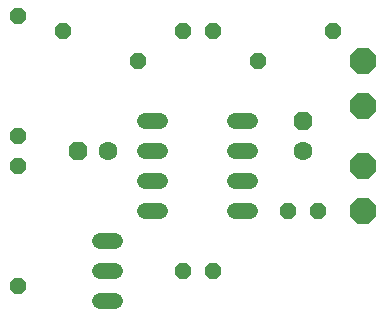
<source format=gbr>
G04 EAGLE Gerber X2 export*
%TF.Part,Single*%
%TF.FileFunction,Copper,L1,Top,Mixed*%
%TF.FilePolarity,Positive*%
%TF.GenerationSoftware,Autodesk,EAGLE,9.0.0*%
%TF.CreationDate,2018-07-10T22:09:29Z*%
G75*
%MOMM*%
%FSLAX34Y34*%
%LPD*%
%AMOC8*
5,1,8,0,0,1.08239X$1,22.5*%
G01*
%ADD10P,1.732040X8X112.500000*%
%ADD11C,1.600200*%
%ADD12P,1.732040X8X202.500000*%
%ADD13P,1.429621X8X22.500000*%
%ADD14C,1.320800*%
%ADD15P,2.336880X8X22.500000*%
%ADD16P,1.429621X8X202.500000*%
%ADD17P,1.429621X8X112.500000*%
%ADD18P,1.429621X8X292.500000*%


D10*
X279400Y177800D03*
D11*
X279400Y152400D03*
D12*
X88900Y152400D03*
D11*
X114300Y152400D03*
D13*
X266700Y101600D03*
X292100Y101600D03*
D14*
X159004Y177800D02*
X145796Y177800D01*
X145796Y152400D02*
X159004Y152400D01*
X221996Y152400D02*
X235204Y152400D01*
X235204Y177800D02*
X221996Y177800D01*
X159004Y127000D02*
X145796Y127000D01*
X145796Y101600D02*
X159004Y101600D01*
X221996Y127000D02*
X235204Y127000D01*
X235204Y101600D02*
X221996Y101600D01*
D13*
X177800Y50800D03*
X203200Y50800D03*
D14*
X120904Y25400D02*
X107696Y25400D01*
X107696Y76200D02*
X120904Y76200D01*
X120904Y50800D02*
X107696Y50800D01*
D15*
X330200Y101600D03*
X330200Y139700D03*
D16*
X241300Y228600D03*
X139700Y228600D03*
D17*
X38100Y38100D03*
X38100Y139700D03*
D16*
X304800Y254000D03*
X203200Y254000D03*
D18*
X38100Y266700D03*
X38100Y165100D03*
D13*
X76200Y254000D03*
X177800Y254000D03*
D15*
X330200Y228600D03*
X330200Y190500D03*
M02*

</source>
